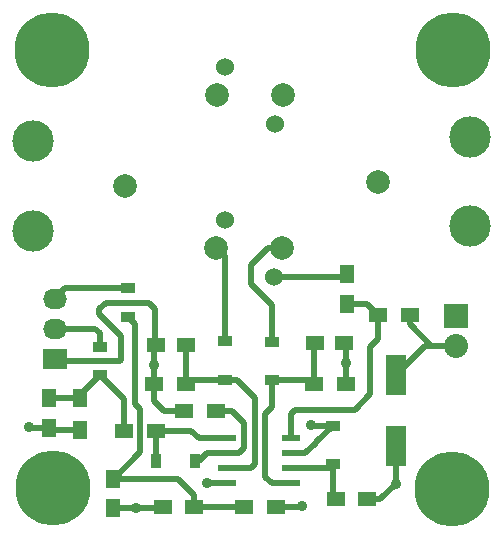
<source format=gtl>
%FSLAX46Y46*%
G04 Gerber Fmt 4.6, Leading zero omitted, Abs format (unit mm)*
G04 Created by KiCad (PCBNEW (2014-10-27 BZR 5228)-product) date 15/05/2015 07:51:36*
%MOMM*%
G01*
G04 APERTURE LIST*
%ADD10C,0.100000*%
%ADD11R,1.250000X1.500000*%
%ADD12R,2.032000X2.032000*%
%ADD13O,2.032000X2.032000*%
%ADD14R,1.300000X1.500000*%
%ADD15R,1.500000X1.300000*%
%ADD16C,6.350000*%
%ADD17R,0.910000X1.220000*%
%ADD18R,1.220000X0.910000*%
%ADD19R,1.249680X0.899160*%
%ADD20R,1.998980X0.500380*%
%ADD21R,1.800860X3.500120*%
%ADD22R,1.500000X1.250000*%
%ADD23R,2.032000X1.727200*%
%ADD24O,2.032000X1.727200*%
%ADD25C,3.500000*%
%ADD26C,2.000000*%
%ADD27C,1.998980*%
%ADD28C,1.524000*%
%ADD29R,1.550000X0.600000*%
%ADD30C,0.889000*%
%ADD31C,0.500000*%
%ADD32C,0.350000*%
G04 APERTURE END LIST*
D10*
D11*
X125800000Y-133400000D03*
X125800000Y-135900000D03*
D12*
X160250000Y-126400000D03*
D13*
X160250000Y-128940000D03*
D14*
X128400000Y-133350000D03*
X128400000Y-136050000D03*
D15*
X132150000Y-136150000D03*
X134850000Y-136150000D03*
X138100000Y-142600000D03*
X135400000Y-142600000D03*
X139900000Y-134500000D03*
X137200000Y-134500000D03*
X142300000Y-142600000D03*
X145000000Y-142600000D03*
X150050000Y-141950000D03*
X152750000Y-141950000D03*
X148250000Y-132150000D03*
X150950000Y-132150000D03*
X134700000Y-132150000D03*
X137400000Y-132150000D03*
D16*
X126100000Y-141000000D03*
X159900000Y-141050000D03*
D17*
X134865000Y-138750000D03*
X138135000Y-138750000D03*
D18*
X149800000Y-135715000D03*
X149800000Y-138985000D03*
D15*
X156350000Y-126350000D03*
X153650000Y-126350000D03*
D19*
X132450000Y-124101120D03*
X132450000Y-126498880D03*
D20*
X132450000Y-125300000D03*
D21*
X155150000Y-137399740D03*
X155150000Y-131400260D03*
D11*
X131200000Y-140200000D03*
X131200000Y-142700000D03*
X151000000Y-125400000D03*
X151000000Y-122900000D03*
D22*
X148300000Y-128750000D03*
X150800000Y-128750000D03*
X134850000Y-128850000D03*
X137350000Y-128850000D03*
D18*
X144650000Y-128615000D03*
X144650000Y-131885000D03*
X140650000Y-128565000D03*
X140650000Y-131835000D03*
D23*
X126250000Y-130050000D03*
D24*
X126250000Y-127510000D03*
X126250000Y-124970000D03*
D25*
X124400000Y-111650000D03*
X124400000Y-119250000D03*
D26*
X132200000Y-115450000D03*
D25*
X161450000Y-118850000D03*
X161450000Y-111250000D03*
D26*
X153650000Y-115050000D03*
D27*
X145542000Y-120696000D03*
X139954000Y-120696000D03*
D28*
X140650000Y-118300000D03*
X144850000Y-123100000D03*
D27*
X140008000Y-107754000D03*
X145596000Y-107754000D03*
D28*
X144900000Y-110150000D03*
X140700000Y-105350000D03*
D29*
X140850000Y-136795000D03*
X140850000Y-138065000D03*
X140850000Y-139335000D03*
X140850000Y-140605000D03*
X146250000Y-140605000D03*
X146250000Y-139335000D03*
X146250000Y-138065000D03*
X146250000Y-136795000D03*
D19*
X130100000Y-129051120D03*
X130100000Y-131448880D03*
D20*
X130100000Y-130250000D03*
D16*
X159950000Y-103900000D03*
X126050000Y-103900000D03*
D30*
X124100000Y-135850000D03*
X155150000Y-140650000D03*
X133150000Y-142700000D03*
X134700000Y-130550000D03*
X150950000Y-130450000D03*
X139200000Y-140600000D03*
X147200000Y-142550000D03*
X148000000Y-135650000D03*
D31*
X130600000Y-124100000D02*
X132448880Y-124100000D01*
X132448880Y-124100000D02*
X132450000Y-124101120D01*
D32*
X130751120Y-124100000D02*
X130600000Y-124100000D01*
D31*
X130600000Y-124100000D02*
X127120000Y-124100000D01*
X127120000Y-124100000D02*
X126250000Y-124970000D01*
X125800000Y-135900000D02*
X124150000Y-135900000D01*
X124150000Y-135900000D02*
X124100000Y-135850000D01*
X128400000Y-136050000D02*
X125950000Y-136050000D01*
X125950000Y-136050000D02*
X125800000Y-135900000D01*
X132450000Y-125300000D02*
X134250000Y-125300000D01*
X134800000Y-125850000D02*
X134800000Y-128800000D01*
X134250000Y-125300000D02*
X134800000Y-125850000D01*
X134800000Y-128800000D02*
X134850000Y-128850000D01*
X130100000Y-130250000D02*
X131800000Y-130250000D01*
X130600000Y-125300000D02*
X132450000Y-125300000D01*
X130050000Y-125850000D02*
X130600000Y-125300000D01*
X130050000Y-126300000D02*
X130050000Y-125850000D01*
X131900000Y-128150000D02*
X130050000Y-126300000D01*
X131900000Y-130150000D02*
X131900000Y-128150000D01*
X131800000Y-130250000D02*
X131900000Y-130150000D01*
X130100000Y-130250000D02*
X126450000Y-130250000D01*
X126450000Y-130250000D02*
X126250000Y-130050000D01*
X152750000Y-141950000D02*
X153850000Y-141950000D01*
X155150000Y-140650000D02*
X155150000Y-137399740D01*
X153850000Y-141950000D02*
X155150000Y-140650000D01*
X131200000Y-142700000D02*
X133150000Y-142700000D01*
X133150000Y-142700000D02*
X135300000Y-142700000D01*
X135300000Y-142700000D02*
X135400000Y-142600000D01*
X150950000Y-132150000D02*
X150950000Y-130450000D01*
X150950000Y-130450000D02*
X150950000Y-128900000D01*
X150950000Y-128900000D02*
X150800000Y-128750000D01*
X134700000Y-132150000D02*
X134700000Y-130550000D01*
X134700000Y-130550000D02*
X134700000Y-129000000D01*
X134700000Y-129000000D02*
X134850000Y-128850000D01*
X137200000Y-134500000D02*
X135550000Y-134500000D01*
X134700000Y-133650000D02*
X134700000Y-132150000D01*
X135550000Y-134500000D02*
X134700000Y-133650000D01*
X140850000Y-140605000D02*
X139205000Y-140605000D01*
X139205000Y-140605000D02*
X139200000Y-140600000D01*
X144850000Y-123100000D02*
X150800000Y-123100000D01*
X150800000Y-123100000D02*
X151000000Y-122900000D01*
X144650000Y-131885000D02*
X144650000Y-134150000D01*
X144655000Y-140605000D02*
X146250000Y-140605000D01*
X144100000Y-140050000D02*
X144655000Y-140605000D01*
X144100000Y-134700000D02*
X144100000Y-140050000D01*
X144650000Y-134150000D02*
X144100000Y-134700000D01*
X148250000Y-132150000D02*
X148250000Y-128800000D01*
X148250000Y-128800000D02*
X148300000Y-128750000D01*
X144650000Y-131885000D02*
X147985000Y-131885000D01*
X147985000Y-131885000D02*
X148250000Y-132150000D01*
X140850000Y-139335000D02*
X142865000Y-139335000D01*
X141685000Y-131835000D02*
X140650000Y-131835000D01*
X143250000Y-133400000D02*
X141685000Y-131835000D01*
X143250000Y-138950000D02*
X143250000Y-133400000D01*
X142865000Y-139335000D02*
X143250000Y-138950000D01*
X137400000Y-132150000D02*
X137400000Y-128900000D01*
X137400000Y-128900000D02*
X137350000Y-128850000D01*
X140650000Y-131835000D02*
X137715000Y-131835000D01*
X137715000Y-131835000D02*
X137400000Y-132150000D01*
X153650000Y-126350000D02*
X153650000Y-128350000D01*
X146250000Y-134700000D02*
X146250000Y-136795000D01*
X146600000Y-134350000D02*
X146250000Y-134700000D01*
X151650000Y-134350000D02*
X146600000Y-134350000D01*
X152950000Y-133050000D02*
X151650000Y-134350000D01*
X152950000Y-129050000D02*
X152950000Y-133050000D01*
X153650000Y-128350000D02*
X152950000Y-129050000D01*
X151000000Y-125400000D02*
X152700000Y-125400000D01*
X152700000Y-125400000D02*
X153650000Y-126350000D01*
X130100000Y-129051120D02*
X130100000Y-127900000D01*
X130100000Y-127900000D02*
X129700000Y-127500000D01*
X129700000Y-127500000D02*
X126260000Y-127500000D01*
D32*
X126260000Y-127500000D02*
X126250000Y-127510000D01*
D31*
X134865000Y-138750000D02*
X134865000Y-136165000D01*
X134865000Y-136165000D02*
X134850000Y-136150000D01*
X140850000Y-136795000D02*
X138445000Y-136795000D01*
X137800000Y-136150000D02*
X134850000Y-136150000D01*
X138445000Y-136795000D02*
X137800000Y-136150000D01*
X149800000Y-135715000D02*
X148065000Y-135715000D01*
X147150000Y-142600000D02*
X145000000Y-142600000D01*
X147200000Y-142550000D02*
X147150000Y-142600000D01*
X148065000Y-135715000D02*
X148000000Y-135650000D01*
X146250000Y-138065000D02*
X147485000Y-138065000D01*
X148400000Y-137115000D02*
X149800000Y-135715000D01*
X148400000Y-137150000D02*
X148400000Y-137115000D01*
X147485000Y-138065000D02*
X148400000Y-137150000D01*
X149800000Y-138985000D02*
X149800000Y-141700000D01*
X149800000Y-141700000D02*
X150050000Y-141950000D01*
X146250000Y-139335000D02*
X149450000Y-139335000D01*
X149450000Y-139335000D02*
X149800000Y-138985000D01*
X138100000Y-142600000D02*
X138100000Y-141600000D01*
X138100000Y-141600000D02*
X136700000Y-140200000D01*
X136700000Y-140200000D02*
X131200000Y-140200000D01*
X133500000Y-134300000D02*
X133500000Y-137950000D01*
X133500000Y-134300000D02*
X133050000Y-133850000D01*
X133050000Y-133850000D02*
X133050000Y-127098880D01*
X132450000Y-126498880D02*
X133050000Y-127098880D01*
X133500000Y-137950000D02*
X131250000Y-140200000D01*
X131200000Y-140200000D02*
X131250000Y-140200000D01*
X142300000Y-142600000D02*
X138100000Y-142600000D01*
X132150000Y-136150000D02*
X132150000Y-133498880D01*
X132150000Y-133498880D02*
X130100000Y-131448880D01*
X128400000Y-133350000D02*
X128400000Y-133148880D01*
X128400000Y-133148880D02*
X130100000Y-131448880D01*
X125800000Y-133400000D02*
X128350000Y-133400000D01*
X128350000Y-133400000D02*
X128400000Y-133350000D01*
X158150000Y-128940000D02*
X157610260Y-128940000D01*
X157610260Y-128940000D02*
X155150000Y-131400260D01*
X156350000Y-126350000D02*
X156350000Y-127150000D01*
X158140000Y-128940000D02*
X158150000Y-128940000D01*
X158150000Y-128940000D02*
X160250000Y-128940000D01*
X156350000Y-127150000D02*
X158140000Y-128940000D01*
X140850000Y-138065000D02*
X141885000Y-138065000D01*
X141300000Y-134500000D02*
X139900000Y-134500000D01*
X142300000Y-135500000D02*
X141300000Y-134500000D01*
X142300000Y-137650000D02*
X142300000Y-135500000D01*
X141885000Y-138065000D02*
X142300000Y-137650000D01*
X138135000Y-138750000D02*
X138500000Y-138750000D01*
X138500000Y-138750000D02*
X139185000Y-138065000D01*
X139185000Y-138065000D02*
X140850000Y-138065000D01*
X144650000Y-128615000D02*
X144650000Y-125500000D01*
X144304000Y-120696000D02*
X145542000Y-120696000D01*
X142900000Y-122100000D02*
X144304000Y-120696000D01*
X142900000Y-123750000D02*
X142900000Y-122100000D01*
X144650000Y-125500000D02*
X142900000Y-123750000D01*
X140650000Y-128565000D02*
X140650000Y-121392000D01*
X140650000Y-121392000D02*
X139954000Y-120696000D01*
M02*

</source>
